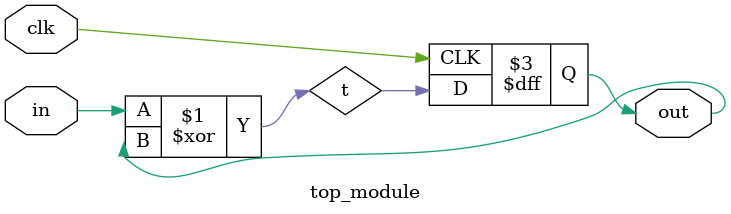
<source format=v>
module top_module (
    input clk,
    input in, 
    output out);

    wire t;
    assign t = in ^ out;
    
    always @(posedge clk)
        out <= t;
endmodule


</source>
